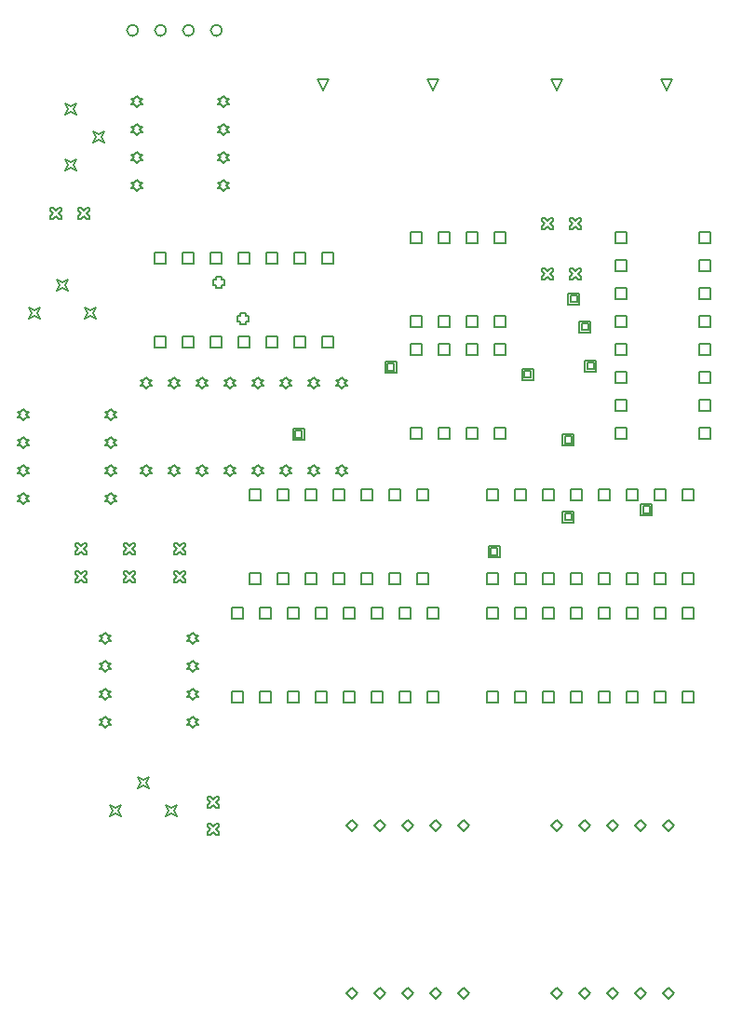
<source format=gbr>
%TF.GenerationSoftware,Altium Limited,Altium Designer,23.5.1 (21)*%
G04 Layer_Color=2752767*
%FSLAX45Y45*%
%MOMM*%
%TF.SameCoordinates,7ECB1A03-3DEC-426C-BD6E-5A7E68E82EE6*%
%TF.FilePolarity,Positive*%
%TF.FileFunction,Drawing*%
%TF.Part,Single*%
G01*
G75*
%TA.AperFunction,NonConductor*%
%ADD35C,0.12700*%
%ADD76C,0.16933*%
D35*
X6350000Y3810000D02*
Y3911600D01*
X6451600D01*
Y3810000D01*
X6350000D01*
X6096000D02*
Y3911600D01*
X6197600D01*
Y3810000D01*
X6096000D01*
X5842000D02*
Y3911600D01*
X5943600D01*
Y3810000D01*
X5842000D01*
X5588000D02*
Y3911600D01*
X5689600D01*
Y3810000D01*
X5588000D01*
X5334000D02*
Y3911600D01*
X5435600D01*
Y3810000D01*
X5334000D01*
X5080000D02*
Y3911600D01*
X5181600D01*
Y3810000D01*
X5080000D01*
X4826000D02*
Y3911600D01*
X4927600D01*
Y3810000D01*
X4826000D01*
X4572000D02*
Y3911600D01*
X4673600D01*
Y3810000D01*
X4572000D01*
X6350000Y3048000D02*
Y3149600D01*
X6451600D01*
Y3048000D01*
X6350000D01*
X6096000D02*
Y3149600D01*
X6197600D01*
Y3048000D01*
X6096000D01*
X5842000D02*
Y3149600D01*
X5943600D01*
Y3048000D01*
X5842000D01*
X5588000D02*
Y3149600D01*
X5689600D01*
Y3048000D01*
X5588000D01*
X5334000D02*
Y3149600D01*
X5435600D01*
Y3048000D01*
X5334000D01*
X5080000D02*
Y3149600D01*
X5181600D01*
Y3048000D01*
X5080000D01*
X4826000D02*
Y3149600D01*
X4927600D01*
Y3048000D01*
X4826000D01*
X4572000D02*
Y3149600D01*
X4673600D01*
Y3048000D01*
X4572000D01*
X3937000Y4127500D02*
Y4229100D01*
X4038600D01*
Y4127500D01*
X3937000D01*
X3683000D02*
Y4229100D01*
X3784600D01*
Y4127500D01*
X3683000D01*
X3429000D02*
Y4229100D01*
X3530600D01*
Y4127500D01*
X3429000D01*
X3175000D02*
Y4229100D01*
X3276600D01*
Y4127500D01*
X3175000D01*
X2921000D02*
Y4229100D01*
X3022600D01*
Y4127500D01*
X2921000D01*
X2667000D02*
Y4229100D01*
X2768600D01*
Y4127500D01*
X2667000D01*
X2413000D02*
Y4229100D01*
X2514600D01*
Y4127500D01*
X2413000D01*
X3937000Y4889500D02*
Y4991100D01*
X4038600D01*
Y4889500D01*
X3937000D01*
X3683000D02*
Y4991100D01*
X3784600D01*
Y4889500D01*
X3683000D01*
X3429000D02*
Y4991100D01*
X3530600D01*
Y4889500D01*
X3429000D01*
X3175000D02*
Y4991100D01*
X3276600D01*
Y4889500D01*
X3175000D01*
X2921000D02*
Y4991100D01*
X3022600D01*
Y4889500D01*
X2921000D01*
X2667000D02*
Y4991100D01*
X2768600D01*
Y4889500D01*
X2667000D01*
X2413000D02*
Y4991100D01*
X2514600D01*
Y4889500D01*
X2413000D01*
X3246700Y5105400D02*
X3272100Y5130800D01*
X3297500D01*
X3272100Y5156200D01*
X3297500Y5181600D01*
X3272100D01*
X3246700Y5207000D01*
X3221300Y5181600D01*
X3195900D01*
X3221300Y5156200D01*
X3195900Y5130800D01*
X3221300D01*
X3246700Y5105400D01*
X2992700D02*
X3018100Y5130800D01*
X3043500D01*
X3018100Y5156200D01*
X3043500Y5181600D01*
X3018100D01*
X2992700Y5207000D01*
X2967300Y5181600D01*
X2941900D01*
X2967300Y5156200D01*
X2941900Y5130800D01*
X2967300D01*
X2992700Y5105400D01*
X2738700D02*
X2764100Y5130800D01*
X2789500D01*
X2764100Y5156200D01*
X2789500Y5181600D01*
X2764100D01*
X2738700Y5207000D01*
X2713300Y5181600D01*
X2687900D01*
X2713300Y5156200D01*
X2687900Y5130800D01*
X2713300D01*
X2738700Y5105400D01*
X2484700D02*
X2510100Y5130800D01*
X2535500D01*
X2510100Y5156200D01*
X2535500Y5181600D01*
X2510100D01*
X2484700Y5207000D01*
X2459300Y5181600D01*
X2433900D01*
X2459300Y5156200D01*
X2433900Y5130800D01*
X2459300D01*
X2484700Y5105400D01*
X2230700D02*
X2256100Y5130800D01*
X2281500D01*
X2256100Y5156200D01*
X2281500Y5181600D01*
X2256100D01*
X2230700Y5207000D01*
X2205300Y5181600D01*
X2179900D01*
X2205300Y5156200D01*
X2179900Y5130800D01*
X2205300D01*
X2230700Y5105400D01*
X1976700D02*
X2002100Y5130800D01*
X2027500D01*
X2002100Y5156200D01*
X2027500Y5181600D01*
X2002100D01*
X1976700Y5207000D01*
X1951300Y5181600D01*
X1925900D01*
X1951300Y5156200D01*
X1925900Y5130800D01*
X1951300D01*
X1976700Y5105400D01*
X1722700D02*
X1748100Y5130800D01*
X1773500D01*
X1748100Y5156200D01*
X1773500Y5181600D01*
X1748100D01*
X1722700Y5207000D01*
X1697300Y5181600D01*
X1671900D01*
X1697300Y5156200D01*
X1671900Y5130800D01*
X1697300D01*
X1722700Y5105400D01*
X1468700D02*
X1494100Y5130800D01*
X1519500D01*
X1494100Y5156200D01*
X1519500Y5181600D01*
X1494100D01*
X1468700Y5207000D01*
X1443300Y5181600D01*
X1417900D01*
X1443300Y5156200D01*
X1417900Y5130800D01*
X1443300D01*
X1468700Y5105400D01*
Y5899400D02*
X1494100Y5924800D01*
X1519500D01*
X1494100Y5950200D01*
X1519500Y5975600D01*
X1494100D01*
X1468700Y6001000D01*
X1443300Y5975600D01*
X1417900D01*
X1443300Y5950200D01*
X1417900Y5924800D01*
X1443300D01*
X1468700Y5899400D01*
X1722700D02*
X1748100Y5924800D01*
X1773500D01*
X1748100Y5950200D01*
X1773500Y5975600D01*
X1748100D01*
X1722700Y6001000D01*
X1697300Y5975600D01*
X1671900D01*
X1697300Y5950200D01*
X1671900Y5924800D01*
X1697300D01*
X1722700Y5899400D01*
X1976700D02*
X2002100Y5924800D01*
X2027500D01*
X2002100Y5950200D01*
X2027500Y5975600D01*
X2002100D01*
X1976700Y6001000D01*
X1951300Y5975600D01*
X1925900D01*
X1951300Y5950200D01*
X1925900Y5924800D01*
X1951300D01*
X1976700Y5899400D01*
X2230700D02*
X2256100Y5924800D01*
X2281500D01*
X2256100Y5950200D01*
X2281500Y5975600D01*
X2256100D01*
X2230700Y6001000D01*
X2205300Y5975600D01*
X2179900D01*
X2205300Y5950200D01*
X2179900Y5924800D01*
X2205300D01*
X2230700Y5899400D01*
X2484700D02*
X2510100Y5924800D01*
X2535500D01*
X2510100Y5950200D01*
X2535500Y5975600D01*
X2510100D01*
X2484700Y6001000D01*
X2459300Y5975600D01*
X2433900D01*
X2459300Y5950200D01*
X2433900Y5924800D01*
X2459300D01*
X2484700Y5899400D01*
X2738700D02*
X2764100Y5924800D01*
X2789500D01*
X2764100Y5950200D01*
X2789500Y5975600D01*
X2764100D01*
X2738700Y6001000D01*
X2713300Y5975600D01*
X2687900D01*
X2713300Y5950200D01*
X2687900Y5924800D01*
X2713300D01*
X2738700Y5899400D01*
X2992700D02*
X3018100Y5924800D01*
X3043500D01*
X3018100Y5950200D01*
X3043500Y5975600D01*
X3018100D01*
X2992700Y6001000D01*
X2967300Y5975600D01*
X2941900D01*
X2967300Y5950200D01*
X2941900Y5924800D01*
X2967300D01*
X2992700Y5899400D01*
X3246700D02*
X3272100Y5924800D01*
X3297500D01*
X3272100Y5950200D01*
X3297500Y5975600D01*
X3272100D01*
X3246700Y6001000D01*
X3221300Y5975600D01*
X3195900D01*
X3221300Y5950200D01*
X3195900Y5924800D01*
X3221300D01*
X3246700Y5899400D01*
X355600Y4851400D02*
X381000Y4876800D01*
X406400D01*
X381000Y4902200D01*
X406400Y4927600D01*
X381000D01*
X355600Y4953000D01*
X330200Y4927600D01*
X304800D01*
X330200Y4902200D01*
X304800Y4876800D01*
X330200D01*
X355600Y4851400D01*
Y5105400D02*
X381000Y5130800D01*
X406400D01*
X381000Y5156200D01*
X406400Y5181600D01*
X381000D01*
X355600Y5207000D01*
X330200Y5181600D01*
X304800D01*
X330200Y5156200D01*
X304800Y5130800D01*
X330200D01*
X355600Y5105400D01*
Y5359400D02*
X381000Y5384800D01*
X406400D01*
X381000Y5410200D01*
X406400Y5435600D01*
X381000D01*
X355600Y5461000D01*
X330200Y5435600D01*
X304800D01*
X330200Y5410200D01*
X304800Y5384800D01*
X330200D01*
X355600Y5359400D01*
Y5613400D02*
X381000Y5638800D01*
X406400D01*
X381000Y5664200D01*
X406400Y5689600D01*
X381000D01*
X355600Y5715000D01*
X330200Y5689600D01*
X304800D01*
X330200Y5664200D01*
X304800Y5638800D01*
X330200D01*
X355600Y5613400D01*
X1149600D02*
X1175000Y5638800D01*
X1200400D01*
X1175000Y5664200D01*
X1200400Y5689600D01*
X1175000D01*
X1149600Y5715000D01*
X1124200Y5689600D01*
X1098800D01*
X1124200Y5664200D01*
X1098800Y5638800D01*
X1124200D01*
X1149600Y5613400D01*
Y5359400D02*
X1175000Y5384800D01*
X1200400D01*
X1175000Y5410200D01*
X1200400Y5435600D01*
X1175000D01*
X1149600Y5461000D01*
X1124200Y5435600D01*
X1098800D01*
X1124200Y5410200D01*
X1098800Y5384800D01*
X1124200D01*
X1149600Y5359400D01*
Y5105400D02*
X1175000Y5130800D01*
X1200400D01*
X1175000Y5156200D01*
X1200400Y5181600D01*
X1175000D01*
X1149600Y5207000D01*
X1124200Y5181600D01*
X1098800D01*
X1124200Y5156200D01*
X1098800Y5130800D01*
X1124200D01*
X1149600Y5105400D01*
Y4851400D02*
X1175000Y4876800D01*
X1200400D01*
X1175000Y4902200D01*
X1200400Y4927600D01*
X1175000D01*
X1149600Y4953000D01*
X1124200Y4927600D01*
X1098800D01*
X1124200Y4902200D01*
X1098800Y4876800D01*
X1124200D01*
X1149600Y4851400D01*
X3289300Y406400D02*
X3340100Y457200D01*
X3390900Y406400D01*
X3340100Y355600D01*
X3289300Y406400D01*
X3543300D02*
X3594100Y457200D01*
X3644900Y406400D01*
X3594100Y355600D01*
X3543300Y406400D01*
X3797300D02*
X3848100Y457200D01*
X3898900Y406400D01*
X3848100Y355600D01*
X3797300Y406400D01*
X4051300D02*
X4102100Y457200D01*
X4152900Y406400D01*
X4102100Y355600D01*
X4051300Y406400D01*
X4305300D02*
X4356100Y457200D01*
X4406900Y406400D01*
X4356100Y355600D01*
X4305300Y406400D01*
Y1930400D02*
X4356100Y1981200D01*
X4406900Y1930400D01*
X4356100Y1879600D01*
X4305300Y1930400D01*
X4051300D02*
X4102100Y1981200D01*
X4152900Y1930400D01*
X4102100Y1879600D01*
X4051300Y1930400D01*
X3797300D02*
X3848100Y1981200D01*
X3898900Y1930400D01*
X3848100Y1879600D01*
X3797300Y1930400D01*
X3543300D02*
X3594100Y1981200D01*
X3644900Y1930400D01*
X3594100Y1879600D01*
X3543300Y1930400D01*
X3289300D02*
X3340100Y1981200D01*
X3390900Y1930400D01*
X3340100Y1879600D01*
X3289300Y1930400D01*
X5156200Y406400D02*
X5207000Y457200D01*
X5257800Y406400D01*
X5207000Y355600D01*
X5156200Y406400D01*
X5410200D02*
X5461000Y457200D01*
X5511800Y406400D01*
X5461000Y355600D01*
X5410200Y406400D01*
X5664200D02*
X5715000Y457200D01*
X5765800Y406400D01*
X5715000Y355600D01*
X5664200Y406400D01*
X5918200D02*
X5969000Y457200D01*
X6019800Y406400D01*
X5969000Y355600D01*
X5918200Y406400D01*
X6172200D02*
X6223000Y457200D01*
X6273800Y406400D01*
X6223000Y355600D01*
X6172200Y406400D01*
Y1930400D02*
X6223000Y1981200D01*
X6273800Y1930400D01*
X6223000Y1879600D01*
X6172200Y1930400D01*
X5918200D02*
X5969000Y1981200D01*
X6019800Y1930400D01*
X5969000Y1879600D01*
X5918200Y1930400D01*
X5664200D02*
X5715000Y1981200D01*
X5765800Y1930400D01*
X5715000Y1879600D01*
X5664200Y1930400D01*
X5410200D02*
X5461000Y1981200D01*
X5511800Y1930400D01*
X5461000Y1879600D01*
X5410200Y1930400D01*
X5156200D02*
X5207000Y1981200D01*
X5257800Y1930400D01*
X5207000Y1879600D01*
X5156200Y1930400D01*
X1892300Y3581400D02*
X1917700Y3606800D01*
X1943100D01*
X1917700Y3632200D01*
X1943100Y3657600D01*
X1917700D01*
X1892300Y3683000D01*
X1866900Y3657600D01*
X1841500D01*
X1866900Y3632200D01*
X1841500Y3606800D01*
X1866900D01*
X1892300Y3581400D01*
Y3327400D02*
X1917700Y3352800D01*
X1943100D01*
X1917700Y3378200D01*
X1943100Y3403600D01*
X1917700D01*
X1892300Y3429000D01*
X1866900Y3403600D01*
X1841500D01*
X1866900Y3378200D01*
X1841500Y3352800D01*
X1866900D01*
X1892300Y3327400D01*
Y3073400D02*
X1917700Y3098800D01*
X1943100D01*
X1917700Y3124200D01*
X1943100Y3149600D01*
X1917700D01*
X1892300Y3175000D01*
X1866900Y3149600D01*
X1841500D01*
X1866900Y3124200D01*
X1841500Y3098800D01*
X1866900D01*
X1892300Y3073400D01*
Y2819400D02*
X1917700Y2844800D01*
X1943100D01*
X1917700Y2870200D01*
X1943100Y2895600D01*
X1917700D01*
X1892300Y2921000D01*
X1866900Y2895600D01*
X1841500D01*
X1866900Y2870200D01*
X1841500Y2844800D01*
X1866900D01*
X1892300Y2819400D01*
X1098300D02*
X1123700Y2844800D01*
X1149100D01*
X1123700Y2870200D01*
X1149100Y2895600D01*
X1123700D01*
X1098300Y2921000D01*
X1072900Y2895600D01*
X1047500D01*
X1072900Y2870200D01*
X1047500Y2844800D01*
X1072900D01*
X1098300Y2819400D01*
Y3073400D02*
X1123700Y3098800D01*
X1149100D01*
X1123700Y3124200D01*
X1149100Y3149600D01*
X1123700D01*
X1098300Y3175000D01*
X1072900Y3149600D01*
X1047500D01*
X1072900Y3124200D01*
X1047500Y3098800D01*
X1072900D01*
X1098300Y3073400D01*
Y3327400D02*
X1123700Y3352800D01*
X1149100D01*
X1123700Y3378200D01*
X1149100Y3403600D01*
X1123700D01*
X1098300Y3429000D01*
X1072900Y3403600D01*
X1047500D01*
X1072900Y3378200D01*
X1047500Y3352800D01*
X1072900D01*
X1098300Y3327400D01*
Y3581400D02*
X1123700Y3606800D01*
X1149100D01*
X1123700Y3632200D01*
X1149100Y3657600D01*
X1123700D01*
X1098300Y3683000D01*
X1072900Y3657600D01*
X1047500D01*
X1072900Y3632200D01*
X1047500Y3606800D01*
X1072900D01*
X1098300Y3581400D01*
X1381000Y7696200D02*
X1406400Y7721600D01*
X1431800D01*
X1406400Y7747000D01*
X1431800Y7772400D01*
X1406400D01*
X1381000Y7797800D01*
X1355600Y7772400D01*
X1330200D01*
X1355600Y7747000D01*
X1330200Y7721600D01*
X1355600D01*
X1381000Y7696200D01*
Y7950200D02*
X1406400Y7975600D01*
X1431800D01*
X1406400Y8001000D01*
X1431800Y8026400D01*
X1406400D01*
X1381000Y8051800D01*
X1355600Y8026400D01*
X1330200D01*
X1355600Y8001000D01*
X1330200Y7975600D01*
X1355600D01*
X1381000Y7950200D01*
Y8204200D02*
X1406400Y8229600D01*
X1431800D01*
X1406400Y8255000D01*
X1431800Y8280400D01*
X1406400D01*
X1381000Y8305800D01*
X1355600Y8280400D01*
X1330200D01*
X1355600Y8255000D01*
X1330200Y8229600D01*
X1355600D01*
X1381000Y8204200D01*
Y8458200D02*
X1406400Y8483600D01*
X1431800D01*
X1406400Y8509000D01*
X1431800Y8534400D01*
X1406400D01*
X1381000Y8559800D01*
X1355600Y8534400D01*
X1330200D01*
X1355600Y8509000D01*
X1330200Y8483600D01*
X1355600D01*
X1381000Y8458200D01*
X2175000D02*
X2200400Y8483600D01*
X2225800D01*
X2200400Y8509000D01*
X2225800Y8534400D01*
X2200400D01*
X2175000Y8559800D01*
X2149600Y8534400D01*
X2124200D01*
X2149600Y8509000D01*
X2124200Y8483600D01*
X2149600D01*
X2175000Y8458200D01*
Y8204200D02*
X2200400Y8229600D01*
X2225800D01*
X2200400Y8255000D01*
X2225800Y8280400D01*
X2200400D01*
X2175000Y8305800D01*
X2149600Y8280400D01*
X2124200D01*
X2149600Y8255000D01*
X2124200Y8229600D01*
X2149600D01*
X2175000Y8204200D01*
Y7950200D02*
X2200400Y7975600D01*
X2225800D01*
X2200400Y8001000D01*
X2225800Y8026400D01*
X2200400D01*
X2175000Y8051800D01*
X2149600Y8026400D01*
X2124200D01*
X2149600Y8001000D01*
X2124200Y7975600D01*
X2149600D01*
X2175000Y7950200D01*
Y7696200D02*
X2200400Y7721600D01*
X2225800D01*
X2200400Y7747000D01*
X2225800Y7772400D01*
X2200400D01*
X2175000Y7797800D01*
X2149600Y7772400D01*
X2124200D01*
X2149600Y7747000D01*
X2124200Y7721600D01*
X2149600D01*
X2175000Y7696200D01*
X2032000Y1845500D02*
X2057400D01*
X2082800Y1870900D01*
X2108200Y1845500D01*
X2133600D01*
Y1870900D01*
X2108200Y1896300D01*
X2133600Y1921700D01*
Y1947100D01*
X2108200D01*
X2082800Y1921700D01*
X2057400Y1947100D01*
X2032000D01*
Y1921700D01*
X2057400Y1896300D01*
X2032000Y1870900D01*
Y1845500D01*
Y2095500D02*
X2057400D01*
X2082800Y2120900D01*
X2108200Y2095500D01*
X2133600D01*
Y2120900D01*
X2108200Y2146300D01*
X2133600Y2171700D01*
Y2197100D01*
X2108200D01*
X2082800Y2171700D01*
X2057400Y2197100D01*
X2032000D01*
Y2171700D01*
X2057400Y2146300D01*
X2032000Y2120900D01*
Y2095500D01*
X4025900Y3810000D02*
Y3911600D01*
X4127500D01*
Y3810000D01*
X4025900D01*
X3771900D02*
Y3911600D01*
X3873500D01*
Y3810000D01*
X3771900D01*
X3517900D02*
Y3911600D01*
X3619500D01*
Y3810000D01*
X3517900D01*
X3263900D02*
Y3911600D01*
X3365500D01*
Y3810000D01*
X3263900D01*
X3009900D02*
Y3911600D01*
X3111500D01*
Y3810000D01*
X3009900D01*
X2755900D02*
Y3911600D01*
X2857500D01*
Y3810000D01*
X2755900D01*
X2501900D02*
Y3911600D01*
X2603500D01*
Y3810000D01*
X2501900D01*
X2247900D02*
Y3911600D01*
X2349500D01*
Y3810000D01*
X2247900D01*
X4025900Y3048000D02*
Y3149600D01*
X4127500D01*
Y3048000D01*
X4025900D01*
X3771900D02*
Y3149600D01*
X3873500D01*
Y3048000D01*
X3771900D01*
X3517900D02*
Y3149600D01*
X3619500D01*
Y3048000D01*
X3517900D01*
X3263900D02*
Y3149600D01*
X3365500D01*
Y3048000D01*
X3263900D01*
X3009900D02*
Y3149600D01*
X3111500D01*
Y3048000D01*
X3009900D01*
X2755900D02*
Y3149600D01*
X2857500D01*
Y3048000D01*
X2755900D01*
X2501900D02*
Y3149600D01*
X2603500D01*
Y3048000D01*
X2501900D01*
X2247900D02*
Y3149600D01*
X2349500D01*
Y3048000D01*
X2247900D01*
X3073400Y7035800D02*
Y7137400D01*
X3175000D01*
Y7035800D01*
X3073400D01*
X2819400D02*
Y7137400D01*
X2921000D01*
Y7035800D01*
X2819400D01*
X2565400D02*
Y7137400D01*
X2667000D01*
Y7035800D01*
X2565400D01*
X2311400D02*
Y7137400D01*
X2413000D01*
Y7035800D01*
X2311400D01*
X2057400D02*
Y7137400D01*
X2159000D01*
Y7035800D01*
X2057400D01*
X1803400D02*
Y7137400D01*
X1905000D01*
Y7035800D01*
X1803400D01*
X1549400D02*
Y7137400D01*
X1651000D01*
Y7035800D01*
X1549400D01*
X3073400Y6273800D02*
Y6375400D01*
X3175000D01*
Y6273800D01*
X3073400D01*
X2819400D02*
Y6375400D01*
X2921000D01*
Y6273800D01*
X2819400D01*
X2565400D02*
Y6375400D01*
X2667000D01*
Y6273800D01*
X2565400D01*
X2311400D02*
Y6375400D01*
X2413000D01*
Y6273800D01*
X2311400D01*
X2057400D02*
Y6375400D01*
X2159000D01*
Y6273800D01*
X2057400D01*
X1803400D02*
Y6375400D01*
X1905000D01*
Y6273800D01*
X1803400D01*
X1549400D02*
Y6375400D01*
X1651000D01*
Y6273800D01*
X1549400D01*
X914400Y6540500D02*
X939800Y6591300D01*
X914400Y6642100D01*
X965200Y6616700D01*
X1016000Y6642100D01*
X990600Y6591300D01*
X1016000Y6540500D01*
X965200Y6565900D01*
X914400Y6540500D01*
X660400Y6794500D02*
X685800Y6845300D01*
X660400Y6896100D01*
X711200Y6870700D01*
X762000Y6896100D01*
X736600Y6845300D01*
X762000Y6794500D01*
X711200Y6819900D01*
X660400Y6794500D01*
X406400Y6540500D02*
X431800Y6591300D01*
X406400Y6642100D01*
X457200Y6616700D01*
X508000Y6642100D01*
X482600Y6591300D01*
X508000Y6540500D01*
X457200Y6565900D01*
X406400Y6540500D01*
X736600Y7886700D02*
X762000Y7937500D01*
X736600Y7988300D01*
X787400Y7962900D01*
X838200Y7988300D01*
X812800Y7937500D01*
X838200Y7886700D01*
X787400Y7912100D01*
X736600Y7886700D01*
X990600Y8140700D02*
X1016000Y8191500D01*
X990600Y8242300D01*
X1041400Y8216900D01*
X1092200Y8242300D01*
X1066800Y8191500D01*
X1092200Y8140700D01*
X1041400Y8166100D01*
X990600Y8140700D01*
X736600Y8394700D02*
X762000Y8445500D01*
X736600Y8496300D01*
X787400Y8470900D01*
X838200Y8496300D01*
X812800Y8445500D01*
X838200Y8394700D01*
X787400Y8420100D01*
X736600Y8394700D01*
X1651000Y2019300D02*
X1676400Y2070100D01*
X1651000Y2120900D01*
X1701800Y2095500D01*
X1752600Y2120900D01*
X1727200Y2070100D01*
X1752600Y2019300D01*
X1701800Y2044700D01*
X1651000Y2019300D01*
X1397000Y2273300D02*
X1422400Y2324100D01*
X1397000Y2374900D01*
X1447800Y2349500D01*
X1498600Y2374900D01*
X1473200Y2324100D01*
X1498600Y2273300D01*
X1447800Y2298700D01*
X1397000Y2273300D01*
X1143000Y2019300D02*
X1168400Y2070100D01*
X1143000Y2120900D01*
X1193800Y2095500D01*
X1244600Y2120900D01*
X1219200Y2070100D01*
X1244600Y2019300D01*
X1193800Y2044700D01*
X1143000Y2019300D01*
X5740400Y7226300D02*
Y7327900D01*
X5842000D01*
Y7226300D01*
X5740400D01*
Y6972300D02*
Y7073900D01*
X5842000D01*
Y6972300D01*
X5740400D01*
Y6718300D02*
Y6819900D01*
X5842000D01*
Y6718300D01*
X5740400D01*
Y6464300D02*
Y6565900D01*
X5842000D01*
Y6464300D01*
X5740400D01*
Y6210300D02*
Y6311900D01*
X5842000D01*
Y6210300D01*
X5740400D01*
Y5956300D02*
Y6057900D01*
X5842000D01*
Y5956300D01*
X5740400D01*
Y5702300D02*
Y5803900D01*
X5842000D01*
Y5702300D01*
X5740400D01*
Y5448300D02*
Y5549900D01*
X5842000D01*
Y5448300D01*
X5740400D01*
X6502400Y7226300D02*
Y7327900D01*
X6604000D01*
Y7226300D01*
X6502400D01*
Y6972300D02*
Y7073900D01*
X6604000D01*
Y6972300D01*
X6502400D01*
Y6718300D02*
Y6819900D01*
X6604000D01*
Y6718300D01*
X6502400D01*
Y6464300D02*
Y6565900D01*
X6604000D01*
Y6464300D01*
X6502400D01*
Y6210300D02*
Y6311900D01*
X6604000D01*
Y6210300D01*
X6502400D01*
Y5956300D02*
Y6057900D01*
X6604000D01*
Y5956300D01*
X6502400D01*
Y5702300D02*
Y5803900D01*
X6604000D01*
Y5702300D01*
X6502400D01*
Y5448300D02*
Y5549900D01*
X6604000D01*
Y5448300D01*
X6502400D01*
X5319300Y7353300D02*
X5344700D01*
X5370100Y7378700D01*
X5395500Y7353300D01*
X5420900D01*
Y7378700D01*
X5395500Y7404100D01*
X5420900Y7429500D01*
Y7454900D01*
X5395500D01*
X5370100Y7429500D01*
X5344700Y7454900D01*
X5319300D01*
Y7429500D01*
X5344700Y7404100D01*
X5319300Y7378700D01*
Y7353300D01*
X5069300D02*
X5094700D01*
X5120100Y7378700D01*
X5145500Y7353300D01*
X5170900D01*
Y7378700D01*
X5145500Y7404100D01*
X5170900Y7429500D01*
Y7454900D01*
X5145500D01*
X5120100Y7429500D01*
X5094700Y7454900D01*
X5069300D01*
Y7429500D01*
X5094700Y7404100D01*
X5069300Y7378700D01*
Y7353300D01*
X5319300Y6896100D02*
X5344700D01*
X5370100Y6921500D01*
X5395500Y6896100D01*
X5420900D01*
Y6921500D01*
X5395500Y6946900D01*
X5420900Y6972300D01*
Y6997700D01*
X5395500D01*
X5370100Y6972300D01*
X5344700Y6997700D01*
X5319300D01*
Y6972300D01*
X5344700Y6946900D01*
X5319300Y6921500D01*
Y6896100D01*
X5069300D02*
X5094700D01*
X5120100Y6921500D01*
X5145500Y6896100D01*
X5170900D01*
Y6921500D01*
X5145500Y6946900D01*
X5170900Y6972300D01*
Y6997700D01*
X5145500D01*
X5120100Y6972300D01*
X5094700Y6997700D01*
X5069300D01*
Y6972300D01*
X5094700Y6946900D01*
X5069300Y6921500D01*
Y6896100D01*
X6350000Y4889500D02*
Y4991100D01*
X6451600D01*
Y4889500D01*
X6350000D01*
X6096000D02*
Y4991100D01*
X6197600D01*
Y4889500D01*
X6096000D01*
X5842000D02*
Y4991100D01*
X5943600D01*
Y4889500D01*
X5842000D01*
X5588000D02*
Y4991100D01*
X5689600D01*
Y4889500D01*
X5588000D01*
X5334000D02*
Y4991100D01*
X5435600D01*
Y4889500D01*
X5334000D01*
X5080000D02*
Y4991100D01*
X5181600D01*
Y4889500D01*
X5080000D01*
X4826000D02*
Y4991100D01*
X4927600D01*
Y4889500D01*
X4826000D01*
X4572000D02*
Y4991100D01*
X4673600D01*
Y4889500D01*
X4572000D01*
X6350000Y4127500D02*
Y4229100D01*
X6451600D01*
Y4127500D01*
X6350000D01*
X6096000D02*
Y4229100D01*
X6197600D01*
Y4127500D01*
X6096000D01*
X5842000D02*
Y4229100D01*
X5943600D01*
Y4127500D01*
X5842000D01*
X5588000D02*
Y4229100D01*
X5689600D01*
Y4127500D01*
X5588000D01*
X5334000D02*
Y4229100D01*
X5435600D01*
Y4127500D01*
X5334000D01*
X5080000D02*
Y4229100D01*
X5181600D01*
Y4127500D01*
X5080000D01*
X4826000D02*
Y4229100D01*
X4927600D01*
Y4127500D01*
X4826000D01*
X4572000D02*
Y4229100D01*
X4673600D01*
Y4127500D01*
X4572000D01*
X4635500Y6207425D02*
Y6309025D01*
X4737100D01*
Y6207425D01*
X4635500D01*
X4381500D02*
Y6309025D01*
X4483100D01*
Y6207425D01*
X4381500D01*
X4127500D02*
Y6309025D01*
X4229100D01*
Y6207425D01*
X4127500D01*
X3873500D02*
Y6309025D01*
X3975100D01*
Y6207425D01*
X3873500D01*
X4635500Y5445425D02*
Y5547025D01*
X4737100D01*
Y5445425D01*
X4635500D01*
X4381500D02*
Y5547025D01*
X4483100D01*
Y5445425D01*
X4381500D01*
X4127500D02*
Y5547025D01*
X4229100D01*
Y5445425D01*
X4127500D01*
X3873500D02*
Y5547025D01*
X3975100D01*
Y5445425D01*
X3873500D01*
Y6464300D02*
Y6565900D01*
X3975100D01*
Y6464300D01*
X3873500D01*
X4127500D02*
Y6565900D01*
X4229100D01*
Y6464300D01*
X4127500D01*
X4381500D02*
Y6565900D01*
X4483100D01*
Y6464300D01*
X4381500D01*
X4635500D02*
Y6565900D01*
X4737100D01*
Y6464300D01*
X4635500D01*
X3873500Y7226300D02*
Y7327900D01*
X3975100D01*
Y7226300D01*
X3873500D01*
X4127500D02*
Y7327900D01*
X4229100D01*
Y7226300D01*
X4127500D01*
X4381500D02*
Y7327900D01*
X4483100D01*
Y7226300D01*
X4381500D01*
X4635500D02*
Y7327900D01*
X4737100D01*
Y7226300D01*
X4635500D01*
X1727200Y4144200D02*
X1752600D01*
X1778000Y4169600D01*
X1803400Y4144200D01*
X1828800D01*
Y4169600D01*
X1803400Y4195000D01*
X1828800Y4220400D01*
Y4245800D01*
X1803400D01*
X1778000Y4220400D01*
X1752600Y4245800D01*
X1727200D01*
Y4220400D01*
X1752600Y4195000D01*
X1727200Y4169600D01*
Y4144200D01*
Y4394200D02*
X1752600D01*
X1778000Y4419600D01*
X1803400Y4394200D01*
X1828800D01*
Y4419600D01*
X1803400Y4445000D01*
X1828800Y4470400D01*
Y4495800D01*
X1803400D01*
X1778000Y4470400D01*
X1752600Y4495800D01*
X1727200D01*
Y4470400D01*
X1752600Y4445000D01*
X1727200Y4419600D01*
Y4394200D01*
X1270000Y4144200D02*
X1295400D01*
X1320800Y4169600D01*
X1346200Y4144200D01*
X1371600D01*
Y4169600D01*
X1346200Y4195000D01*
X1371600Y4220400D01*
Y4245800D01*
X1346200D01*
X1320800Y4220400D01*
X1295400Y4245800D01*
X1270000D01*
Y4220400D01*
X1295400Y4195000D01*
X1270000Y4169600D01*
Y4144200D01*
Y4394200D02*
X1295400D01*
X1320800Y4419600D01*
X1346200Y4394200D01*
X1371600D01*
Y4419600D01*
X1346200Y4445000D01*
X1371600Y4470400D01*
Y4495800D01*
X1346200D01*
X1320800Y4470400D01*
X1295400Y4495800D01*
X1270000D01*
Y4470400D01*
X1295400Y4445000D01*
X1270000Y4419600D01*
Y4394200D01*
X825500Y4144200D02*
X850900D01*
X876300Y4169600D01*
X901700Y4144200D01*
X927100D01*
Y4169600D01*
X901700Y4195000D01*
X927100Y4220400D01*
Y4245800D01*
X901700D01*
X876300Y4220400D01*
X850900Y4245800D01*
X825500D01*
Y4220400D01*
X850900Y4195000D01*
X825500Y4169600D01*
Y4144200D01*
Y4394200D02*
X850900D01*
X876300Y4419600D01*
X901700Y4394200D01*
X927100D01*
Y4419600D01*
X901700Y4445000D01*
X927100Y4470400D01*
Y4495800D01*
X901700D01*
X876300Y4470400D01*
X850900Y4495800D01*
X825500D01*
Y4470400D01*
X850900Y4445000D01*
X825500Y4419600D01*
Y4394200D01*
X598900Y7442200D02*
X624300D01*
X649700Y7467600D01*
X675100Y7442200D01*
X700500D01*
Y7467600D01*
X675100Y7493000D01*
X700500Y7518400D01*
Y7543800D01*
X675100D01*
X649700Y7518400D01*
X624300Y7543800D01*
X598900D01*
Y7518400D01*
X624300Y7493000D01*
X598900Y7467600D01*
Y7442200D01*
X848900D02*
X874300D01*
X899700Y7467600D01*
X925100Y7442200D01*
X950500D01*
Y7467600D01*
X925100Y7493000D01*
X950500Y7518400D01*
Y7543800D01*
X925100D01*
X899700Y7518400D01*
X874300Y7543800D01*
X848900D01*
Y7518400D01*
X874300Y7493000D01*
X848900Y7467600D01*
Y7442200D01*
X4076700Y8610600D02*
X4025900Y8712200D01*
X4127500D01*
X4076700Y8610600D01*
X3076700D02*
X3025900Y8712200D01*
X3127500D01*
X3076700Y8610600D01*
X6202300D02*
X6151500Y8712200D01*
X6253100D01*
X6202300Y8610600D01*
X5202300D02*
X5151500Y8712200D01*
X5253100D01*
X5202300Y8610600D01*
X5257800Y5384800D02*
Y5486400D01*
X5359400D01*
Y5384800D01*
X5257800D01*
X5278120Y5405120D02*
Y5466080D01*
X5339080D01*
Y5405120D01*
X5278120D01*
X2108200Y6845300D02*
Y6819900D01*
X2159000D01*
Y6845300D01*
X2184400D01*
Y6896100D01*
X2159000D01*
Y6921500D01*
X2108200D01*
Y6896100D01*
X2082800D01*
Y6845300D01*
X2108200D01*
X2324100Y6515100D02*
Y6489700D01*
X2374900D01*
Y6515100D01*
X2400300D01*
Y6565900D01*
X2374900D01*
Y6591300D01*
X2324100D01*
Y6565900D01*
X2298700D01*
Y6515100D01*
X2324100D01*
X2806700Y5435600D02*
Y5537200D01*
X2908300D01*
Y5435600D01*
X2806700D01*
X2827020Y5455920D02*
Y5516880D01*
X2887980D01*
Y5455920D01*
X2827020D01*
X5308600Y6667500D02*
Y6769100D01*
X5410200D01*
Y6667500D01*
X5308600D01*
X5328920Y6687820D02*
Y6748780D01*
X5389880D01*
Y6687820D01*
X5328920D01*
X5410200Y6413500D02*
Y6515100D01*
X5511800D01*
Y6413500D01*
X5410200D01*
X5430520Y6433820D02*
Y6494780D01*
X5491480D01*
Y6433820D01*
X5430520D01*
X5461000Y6057900D02*
Y6159500D01*
X5562600D01*
Y6057900D01*
X5461000D01*
X5481320Y6078220D02*
Y6139180D01*
X5542280D01*
Y6078220D01*
X5481320D01*
X3644900Y6045200D02*
Y6146800D01*
X3746500D01*
Y6045200D01*
X3644900D01*
X3665220Y6065520D02*
Y6126480D01*
X3726180D01*
Y6065520D01*
X3665220D01*
X4584700Y4368800D02*
Y4470400D01*
X4686300D01*
Y4368800D01*
X4584700D01*
X4605020Y4389120D02*
Y4450080D01*
X4665980D01*
Y4389120D01*
X4605020D01*
X5257800Y4686300D02*
Y4787900D01*
X5359400D01*
Y4686300D01*
X5257800D01*
X5278120Y4706620D02*
Y4767580D01*
X5339080D01*
Y4706620D01*
X5278120D01*
X5969000Y4749800D02*
Y4851400D01*
X6070600D01*
Y4749800D01*
X5969000D01*
X5989320Y4770120D02*
Y4831080D01*
X6050280D01*
Y4770120D01*
X5989320D01*
X4889500Y5981700D02*
Y6083300D01*
X4991100D01*
Y5981700D01*
X4889500D01*
X4909820Y6002020D02*
Y6062980D01*
X4970780D01*
Y6002020D01*
X4909820D01*
D76*
X1651000Y9156700D02*
G03*
X1651000Y9156700I-50800J0D01*
G01*
X1397000D02*
G03*
X1397000Y9156700I-50800J0D01*
G01*
X1905000D02*
G03*
X1905000Y9156700I-50800J0D01*
G01*
X2159000D02*
G03*
X2159000Y9156700I-50800J0D01*
G01*
%TF.MD5,b6ee2f75e8acc71138ae868c0675ce0c*%
M02*

</source>
